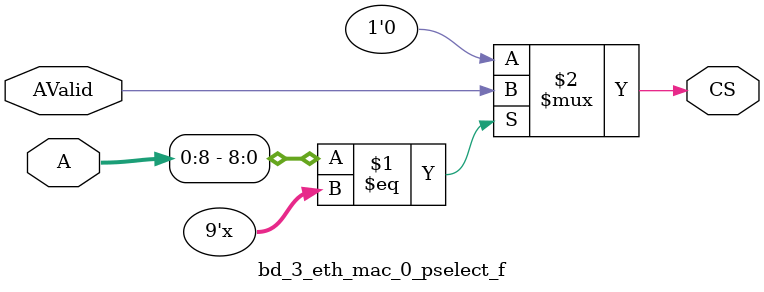
<source format=v>
`timescale 1 ps/1 ps

module bd_3_eth_mac_0_pselect_f ( A, AValid, CS) ;

parameter C_AB  = 9;
parameter C_AW  = 32;
parameter [0:C_AW - 1] C_BAR =  'bz;
parameter C_FAMILY  = "nofamily";
input[0:C_AW-1] A; 
input AValid; 
output CS; 
wire CS;
parameter [0:C_AB-1]BAR = C_BAR[0:C_AB-1];

//----------------------------------------------------------------------------
// Build a behavioral decoder
//----------------------------------------------------------------------------
generate
if (C_AB > 0) begin : XST_WA
assign CS = (A[0:C_AB - 1] == BAR[0:C_AB - 1]) ? AValid : 1'b0 ;
end
endgenerate

generate
if (C_AB == 0) begin : PASS_ON_GEN
assign CS = AValid ;
end
endgenerate
endmodule

</source>
